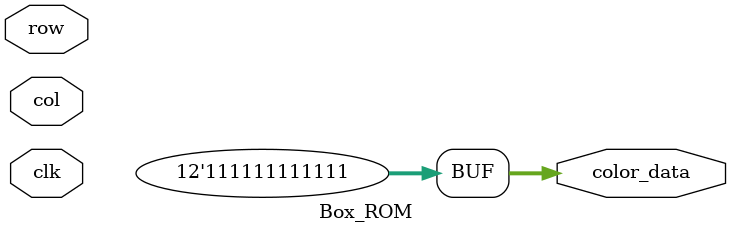
<source format=v>
`timescale 1ns / 1ps

module Box_ROM
    (
        input wire clk,
        input wire [4:0] row,
        input wire [4:0] col,
        output reg [11:0] color_data
    );

    (* rom_style = "block" *)

    //signal declaration
    reg [4:0] row_reg;
    reg [4:0] col_reg;

    always @(posedge clk)
        begin
        row_reg <= row;
        col_reg <= col;
        end

    always @*
        case ({row_reg, col_reg})
            default: color_data = 12'b111111111111;
        endcase
endmodule
</source>
